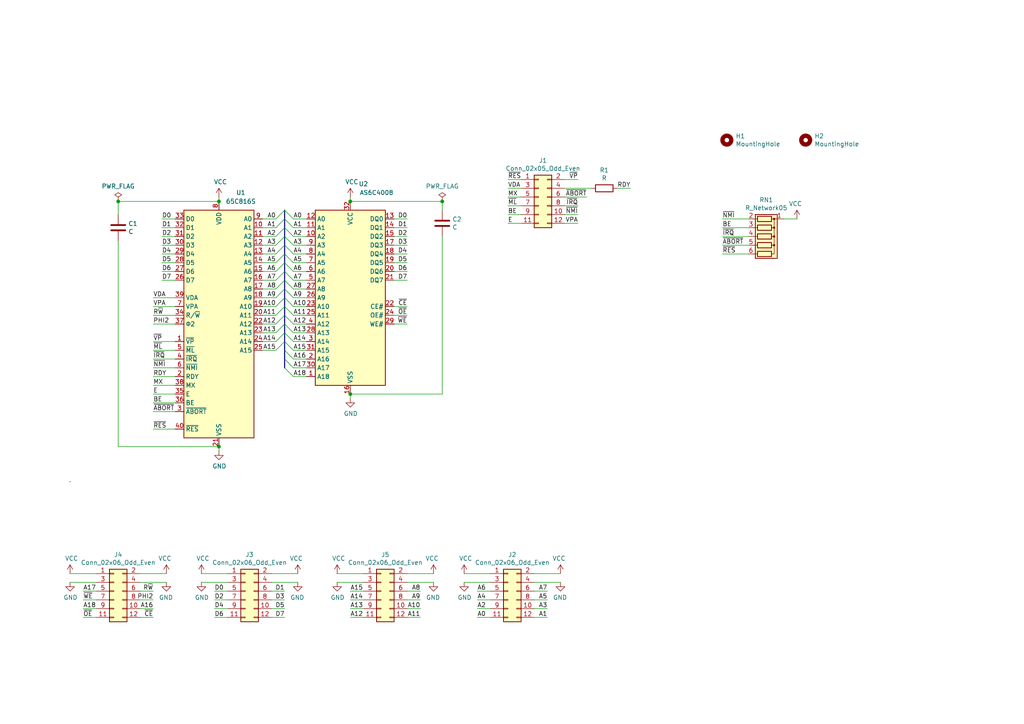
<source format=kicad_sch>
(kicad_sch (version 20211123) (generator eeschema)
  (paper "A4")
  (lib_symbols
    (symbol "CPU_WDC:65C816S"
      (property "Reference" "U" (at -8.89 34.29 0))
      (property "Value" "65C816S" (at 5.08 34.29 0))
      (symbol "65C816S_0_1"
        (rectangle (start -43.18 -45.72) (end -43.18 -45.72) (stroke (width 0.254)))
        (rectangle (start -10.16 33.02) (end 10.16 -33.02) (stroke (width 0.254)) (fill (type background)))
      )
      (symbol "65C816S_1_1"
        (pin output line (at -12.7 -5.08 0) (length 2.54) (name "~{VP}") (number "1"))
        (pin output line (at 12.7 27.94 180) (length 2.54) (name "A1") (number "10"))
        (pin output line (at 12.7 25.4 180) (length 2.54) (name "A2") (number "11"))
        (pin output line (at 12.7 22.86 180) (length 2.54) (name "A3") (number "12"))
        (pin output line (at 12.7 20.32 180) (length 2.54) (name "A4") (number "13"))
        (pin output line (at 12.7 17.78 180) (length 2.54) (name "A5") (number "14"))
        (pin output line (at 12.7 15.24 180) (length 2.54) (name "A6") (number "15"))
        (pin output line (at 12.7 12.7 180) (length 2.54) (name "A7") (number "16"))
        (pin output line (at 12.7 10.16 180) (length 2.54) (name "A8") (number "17"))
        (pin output line (at 12.7 7.62 180) (length 2.54) (name "A9") (number "18"))
        (pin output line (at 12.7 5.08 180) (length 2.54) (name "A10") (number "19"))
        (pin bidirectional line (at -12.7 -15.24 0) (length 2.54) (name "RDY") (number "2"))
        (pin output line (at 12.7 2.54 180) (length 2.54) (name "A11") (number "20"))
        (pin power_in line (at 0 -35.56 90) (length 2.54) (name "VSS") (number "21"))
        (pin output line (at 12.7 0 180) (length 2.54) (name "A12") (number "22"))
        (pin output line (at 12.7 -2.54 180) (length 2.54) (name "A13") (number "23"))
        (pin output line (at 12.7 -5.08 180) (length 2.54) (name "A14") (number "24"))
        (pin output line (at 12.7 -7.62 180) (length 2.54) (name "A15") (number "25"))
        (pin tri_state line (at -12.7 12.7 0) (length 2.54) (name "D7") (number "26"))
        (pin tri_state line (at -12.7 15.24 0) (length 2.54) (name "D6") (number "27"))
        (pin tri_state line (at -12.7 17.78 0) (length 2.54) (name "D5") (number "28"))
        (pin tri_state line (at -12.7 20.32 0) (length 2.54) (name "D4") (number "29"))
        (pin input line (at -12.7 -25.4 0) (length 2.54) (name "~{ABORT}") (number "3"))
        (pin tri_state line (at -12.7 22.86 0) (length 2.54) (name "D3") (number "30"))
        (pin tri_state line (at -12.7 25.4 0) (length 2.54) (name "D2") (number "31"))
        (pin tri_state line (at -12.7 27.94 0) (length 2.54) (name "D1") (number "32"))
        (pin tri_state line (at -12.7 30.48 0) (length 2.54) (name "D0") (number "33"))
        (pin output line (at -12.7 2.54 0) (length 2.54) (name "R/~{W}") (number "34"))
        (pin output line (at -12.7 -20.32 0) (length 2.54) (name "E") (number "35"))
        (pin input line (at -12.7 -22.86 0) (length 2.54) (name "BE") (number "36"))
        (pin input line (at -12.7 0 0) (length 2.54) (name "Φ2") (number "37"))
        (pin output line (at -12.7 -17.78 0) (length 2.54) (name "MX") (number "38"))
        (pin output line (at -12.7 7.62 0) (length 2.54) (name "VDA") (number "39"))
        (pin input line (at -12.7 -10.16 0) (length 2.54) (name "~{IRQ}") (number "4"))
        (pin input line (at -12.7 -30.48 0) (length 2.54) (name "~{RES}") (number "40"))
        (pin output line (at -12.7 -7.62 0) (length 2.54) (name "~{ML}") (number "5"))
        (pin input line (at -12.7 -12.7 0) (length 2.54) (name "~{NMI}") (number "6"))
        (pin output line (at -12.7 5.08 0) (length 2.54) (name "VPA") (number "7"))
        (pin power_in line (at 0 35.56 270) (length 2.54) (name "VDD") (number "8"))
        (pin output line (at 12.7 30.48 180) (length 2.54) (name "A0") (number "9"))
      )
    )
    (symbol "Connector_Generic:Conn_02x06_Odd_Even" (pin_names (offset 1.016) hide)
      (property "Reference" "J" (at 1.27 7.62 0))
      (property "Value" "Conn_02x06_Odd_Even" (at 1.27 -10.16 0))
      (symbol "Conn_02x06_Odd_Even_1_1"
        (rectangle (start -1.27 -7.493) (end 0 -7.747) (stroke (width 0.1524)))
        (rectangle (start -1.27 -4.953) (end 0 -5.207) (stroke (width 0.1524)))
        (rectangle (start -1.27 -2.413) (end 0 -2.667) (stroke (width 0.1524)))
        (rectangle (start -1.27 0.127) (end 0 -0.127) (stroke (width 0.1524)))
        (rectangle (start -1.27 2.667) (end 0 2.413) (stroke (width 0.1524)))
        (rectangle (start -1.27 5.207) (end 0 4.953) (stroke (width 0.1524)))
        (rectangle (start -1.27 6.35) (end 3.81 -8.89) (stroke (width 0.254)) (fill (type background)))
        (rectangle (start 3.81 -7.493) (end 2.54 -7.747) (stroke (width 0.1524)))
        (rectangle (start 3.81 -4.953) (end 2.54 -5.207) (stroke (width 0.1524)))
        (rectangle (start 3.81 -2.413) (end 2.54 -2.667) (stroke (width 0.1524)))
        (rectangle (start 3.81 0.127) (end 2.54 -0.127) (stroke (width 0.1524)))
        (rectangle (start 3.81 2.667) (end 2.54 2.413) (stroke (width 0.1524)))
        (rectangle (start 3.81 5.207) (end 2.54 4.953) (stroke (width 0.1524)))
        (pin passive line (at -5.08 5.08 0) (length 3.81) (name "Pin_1") (number "1"))
        (pin passive line (at 7.62 -5.08 180) (length 3.81) (name "Pin_10") (number "10"))
        (pin passive line (at -5.08 -7.62 0) (length 3.81) (name "Pin_11") (number "11"))
        (pin passive line (at 7.62 -7.62 180) (length 3.81) (name "Pin_12") (number "12"))
        (pin passive line (at 7.62 5.08 180) (length 3.81) (name "Pin_2") (number "2"))
        (pin passive line (at -5.08 2.54 0) (length 3.81) (name "Pin_3") (number "3"))
        (pin passive line (at 7.62 2.54 180) (length 3.81) (name "Pin_4") (number "4"))
        (pin passive line (at -5.08 0 0) (length 3.81) (name "Pin_5") (number "5"))
        (pin passive line (at 7.62 0 180) (length 3.81) (name "Pin_6") (number "6"))
        (pin passive line (at -5.08 -2.54 0) (length 3.81) (name "Pin_7") (number "7"))
        (pin passive line (at 7.62 -2.54 180) (length 3.81) (name "Pin_8") (number "8"))
        (pin passive line (at -5.08 -5.08 0) (length 3.81) (name "Pin_9") (number "9"))
      )
    )
    (symbol "Device:C" (pin_numbers hide) (pin_names (offset 0.254))
      (property "Reference" "C" (at 0.635 2.54 0))
      (property "Value" "C" (at 0.635 -2.54 0))
      (symbol "C_0_1"
        (polyline (pts (xy -2.032 -0.762) (xy 2.032 -0.762)) (stroke (width 0.508)))
        (polyline (pts (xy -2.032 0.762) (xy 2.032 0.762)) (stroke (width 0.508)))
      )
      (symbol "C_1_1"
        (pin passive line (at 0 3.81 270) (length 2.794) (name "~") (number "1"))
        (pin passive line (at 0 -3.81 90) (length 2.794) (name "~") (number "2"))
      )
    )
    (symbol "Device:R" (pin_numbers hide) (pin_names (offset 0))
      (property "Reference" "R" (at 2.032 0 90))
      (property "Value" "R" (at 0 0 90))
      (symbol "R_0_1"
        (rectangle (start -1.016 -2.54) (end 1.016 2.54) (stroke (width 0.254)))
      )
      (symbol "R_1_1"
        (pin passive line (at 0 3.81 270) (length 1.27) (name "~") (number "1"))
        (pin passive line (at 0 -3.81 90) (length 1.27) (name "~") (number "2"))
      )
    )
    (symbol "Device:R_Network05" (pin_names (offset 0) hide)
      (property "Reference" "RN" (at -7.62 0 90))
      (property "Value" "R_Network05" (at 7.62 0 90))
      (symbol "R_Network05_0_1"
        (rectangle (start -6.35 -3.175) (end 6.35 3.175) (stroke (width 0.254)) (fill (type background)))
        (rectangle (start -5.842 1.524) (end -4.318 -2.54) (stroke (width 0.254)))
        (circle (center -5.08 2.286) (radius 0.254) (fill (type outline)))
        (rectangle (start -3.302 1.524) (end -1.778 -2.54) (stroke (width 0.254)))
        (circle (center -2.54 2.286) (radius 0.254) (fill (type outline)))
        (rectangle (start -0.762 1.524) (end 0.762 -2.54) (stroke (width 0.254)))
        (polyline (pts (xy -5.08 -2.54) (xy -5.08 -3.81)))
        (polyline (pts (xy -2.54 -2.54) (xy -2.54 -3.81)))
        (polyline (pts (xy 0 -2.54) (xy 0 -3.81)))
        (polyline (pts (xy 2.54 -2.54) (xy 2.54 -3.81)))
        (polyline (pts (xy 5.08 -2.54) (xy 5.08 -3.81)))
        (polyline (pts (xy -5.08 1.524) (xy -5.08 2.286) (xy -2.54 2.286) (xy -2.54 1.524)))
        (polyline (pts (xy -2.54 1.524) (xy -2.54 2.286) (xy 0 2.286) (xy 0 1.524)))
        (polyline (pts (xy 0 1.524) (xy 0 2.286) (xy 2.54 2.286) (xy 2.54 1.524)))
        (polyline (pts (xy 2.54 1.524) (xy 2.54 2.286) (xy 5.08 2.286) (xy 5.08 1.524)))
        (circle (center 0 2.286) (radius 0.254) (fill (type outline)))
        (rectangle (start 1.778 1.524) (end 3.302 -2.54) (stroke (width 0.254)))
        (circle (center 2.54 2.286) (radius 0.254) (fill (type outline)))
        (rectangle (start 4.318 1.524) (end 5.842 -2.54) (stroke (width 0.254)))
      )
      (symbol "R_Network05_1_1"
        (pin passive line (at -5.08 5.08 270) (length 2.54) (name "common") (number "1"))
        (pin passive line (at -5.08 -5.08 90) (length 1.27) (name "R1") (number "2"))
        (pin passive line (at -2.54 -5.08 90) (length 1.27) (name "R2") (number "3"))
        (pin passive line (at 0 -5.08 90) (length 1.27) (name "R3") (number "4"))
        (pin passive line (at 2.54 -5.08 90) (length 1.27) (name "R4") (number "5"))
        (pin passive line (at 5.08 -5.08 90) (length 1.27) (name "R5") (number "6"))
      )
    )
    (symbol "Mechanical:MountingHole" (pin_names (offset 1.016))
      (property "Reference" "H" (at 0 5.08 0))
      (property "Value" "MountingHole" (at 0 3.175 0))
      (symbol "MountingHole_0_1"
        (circle (center 0 0) (radius 1.27) (stroke (width 1.27)))
      )
    )
    (symbol "Memory_RAM:AS6C4008-55PCN"
      (property "Reference" "U" (at -10.16 26.035 0))
      (property "Value" "AS6C4008-55PCN" (at 2.54 26.035 0))
      (symbol "AS6C4008-55PCN_0_0"
        (pin power_in line (at 0 -27.94 90) (length 2.54) (name "VSS") (number "16"))
        (pin power_in line (at 0 27.94 270) (length 2.54) (name "VCC") (number "32"))
      )
      (symbol "AS6C4008-55PCN_0_1"
        (rectangle (start -10.16 25.4) (end 10.16 -25.4) (stroke (width 0.254)) (fill (type background)))
      )
      (symbol "AS6C4008-55PCN_1_1"
        (pin input line (at -12.7 -22.86 0) (length 2.54) (name "A18") (number "1"))
        (pin input line (at -12.7 17.78 0) (length 2.54) (name "A2") (number "10"))
        (pin input line (at -12.7 20.32 0) (length 2.54) (name "A1") (number "11"))
        (pin input line (at -12.7 22.86 0) (length 2.54) (name "A0") (number "12"))
        (pin tri_state line (at 12.7 22.86 180) (length 2.54) (name "DQ0") (number "13"))
        (pin tri_state line (at 12.7 20.32 180) (length 2.54) (name "DQ1") (number "14"))
        (pin tri_state line (at 12.7 17.78 180) (length 2.54) (name "DQ2") (number "15"))
        (pin tri_state line (at 12.7 15.24 180) (length 2.54) (name "DQ3") (number "17"))
        (pin tri_state line (at 12.7 12.7 180) (length 2.54) (name "DQ4") (number "18"))
        (pin tri_state line (at 12.7 10.16 180) (length 2.54) (name "DQ5") (number "19"))
        (pin input line (at -12.7 -17.78 0) (length 2.54) (name "A16") (number "2"))
        (pin tri_state line (at 12.7 7.62 180) (length 2.54) (name "DQ6") (number "20"))
        (pin tri_state line (at 12.7 5.08 180) (length 2.54) (name "DQ7") (number "21"))
        (pin input line (at 12.7 -2.54 180) (length 2.54) (name "CE#") (number "22"))
        (pin input line (at -12.7 -2.54 0) (length 2.54) (name "A10") (number "23"))
        (pin input line (at 12.7 -5.08 180) (length 2.54) (name "OE#") (number "24"))
        (pin input line (at -12.7 -5.08 0) (length 2.54) (name "A11") (number "25"))
        (pin input line (at -12.7 0 0) (length 2.54) (name "A9") (number "26"))
        (pin input line (at -12.7 2.54 0) (length 2.54) (name "A8") (number "27"))
        (pin input line (at -12.7 -10.16 0) (length 2.54) (name "A13") (number "28"))
        (pin input line (at 12.7 -7.62 180) (length 2.54) (name "WE#") (number "29"))
        (pin input line (at -12.7 -12.7 0) (length 2.54) (name "A14") (number "3"))
        (pin input line (at -12.7 -20.32 0) (length 2.54) (name "A17") (number "30"))
        (pin input line (at -12.7 -15.24 0) (length 2.54) (name "A15") (number "31"))
        (pin input line (at -12.7 -7.62 0) (length 2.54) (name "A12") (number "4"))
        (pin input line (at -12.7 5.08 0) (length 2.54) (name "A7") (number "5"))
        (pin input line (at -12.7 7.62 0) (length 2.54) (name "A6") (number "6"))
        (pin input line (at -12.7 10.16 0) (length 2.54) (name "A5") (number "7"))
        (pin input line (at -12.7 12.7 0) (length 2.54) (name "A4") (number "8"))
        (pin input line (at -12.7 15.24 0) (length 2.54) (name "A3") (number "9"))
      )
    )
    (symbol "power:GND" (power) (pin_names (offset 0))
      (property "Value" "GND" (at 0 -3.81 0))
      (symbol "GND_0_1"
        (polyline (pts (xy 0 0) (xy 0 -1.27) (xy 1.27 -1.27) (xy 0 -2.54) (xy -1.27 -1.27) (xy 0 -1.27)))
      )
      (symbol "GND_1_1"
        (pin power_in line (at 0 0 270) (length 0) hide (name "GND") (number "1"))
      )
    )
    (symbol "power:PWR_FLAG" (power) (pin_numbers hide) (pin_names (offset 0) hide)
      (property "Value" "PWR_FLAG" (at 0 3.81 0))
      (symbol "PWR_FLAG_0_0"
        (pin power_out line (at 0 0 90) (length 0) (name "pwr") (number "1"))
      )
      (symbol "PWR_FLAG_0_1"
        (polyline (pts (xy 0 0) (xy 0 1.27) (xy -1.016 1.905) (xy 0 2.54) (xy 1.016 1.905) (xy 0 1.27)))
      )
    )
    (symbol "power:VCC" (power) (pin_names (offset 0))
      (property "Value" "VCC" (at 0 3.81 0))
      (symbol "VCC_0_1"
        (polyline (pts (xy -0.762 1.27) (xy 0 2.54)))
        (polyline (pts (xy 0 0) (xy 0 2.54)))
        (polyline (pts (xy 0 2.54) (xy 0.762 1.27)))
      )
      (symbol "VCC_1_1"
        (pin power_in line (at 0 0 90) (length 0) hide (name "VCC") (number "1"))
      )
    )
  )
  (junction (at 34.29 58.42))
  (junction (at 63.5 129.54))
  (junction (at 63.5 58.42))
  (junction (at 101.6 58.42))
  (junction (at 128.27 58.42))
  (junction (at 101.6 114.3))
  (bus_entry (at 82.55 99.06) (size -2.54 2.54))
  (bus_entry (at 82.55 81.28) (size -2.54 2.54))
  (bus_entry (at 82.55 96.52) (size -2.54 2.54))
  (bus_entry (at 82.55 93.98) (size -2.54 2.54))
  (bus_entry (at 82.55 78.74) (size -2.54 2.54))
  (bus_entry (at 82.55 71.12) (size 2.54 2.54))
  (bus_entry (at 82.55 60.96) (size -2.54 2.54))
  (bus_entry (at 82.55 63.5) (size 2.54 2.54))
  (bus_entry (at 82.55 66.04) (size 2.54 2.54))
  (bus_entry (at 82.55 73.66) (size -2.54 2.54))
  (bus_entry (at 82.55 101.6) (size 2.54 2.54))
  (bus_entry (at 82.55 91.44) (size 2.54 2.54))
  (bus_entry (at 82.55 73.66) (size 2.54 2.54))
  (bus_entry (at 82.55 68.58) (size 2.54 2.54))
  (bus_entry (at 82.55 63.5) (size -2.54 2.54))
  (bus_entry (at 82.55 60.96) (size 2.54 2.54))
  (bus_entry (at 82.55 99.06) (size 2.54 2.54))
  (bus_entry (at 82.55 86.36) (size -2.54 2.54))
  (bus_entry (at 82.55 78.74) (size 2.54 2.54))
  (bus_entry (at 82.55 88.9) (size 2.54 2.54))
  (bus_entry (at 82.55 83.82) (size -2.54 2.54))
  (bus_entry (at 82.55 93.98) (size 2.54 2.54))
  (bus_entry (at 82.55 86.36) (size 2.54 2.54))
  (bus_entry (at 82.55 76.2) (size 2.54 2.54))
  (bus_entry (at 82.55 106.68) (size 2.54 2.54))
  (bus_entry (at 82.55 91.44) (size -2.54 2.54))
  (bus_entry (at 82.55 68.58) (size -2.54 2.54))
  (bus_entry (at 82.55 88.9) (size -2.54 2.54))
  (bus_entry (at 82.55 83.82) (size 2.54 2.54))
  (bus_entry (at 82.55 104.14) (size 2.54 2.54))
  (bus_entry (at 82.55 96.52) (size 2.54 2.54))
  (bus_entry (at 82.55 66.04) (size -2.54 2.54))
  (bus_entry (at 82.55 81.28) (size 2.54 2.54))
  (bus_entry (at 82.55 76.2) (size -2.54 2.54))
  (bus_entry (at 82.55 71.12) (size -2.54 2.54))
  (wire (pts (xy 118.11 66.04) (xy 114.3 66.04)))
  (wire (pts (xy 97.79 166.37) (xy 105.41 166.37)))
  (wire (pts (xy 44.45 111.76) (xy 50.8 111.76)))
  (wire (pts (xy 40.64 176.53) (xy 44.45 176.53)))
  (wire (pts (xy 118.11 78.74) (xy 114.3 78.74)))
  (bus (pts (xy 82.55 73.66) (xy 82.55 76.2)))
  (wire (pts (xy 44.45 91.44) (xy 50.8 91.44)))
  (wire (pts (xy 63.5 129.54) (xy 34.29 129.54)))
  (wire (pts (xy 118.11 173.99) (xy 121.92 173.99)))
  (wire (pts (xy 76.2 63.5) (xy 80.01 63.5)))
  (bus (pts (xy 82.55 66.04) (xy 82.55 68.58)))
  (wire (pts (xy 44.45 109.22) (xy 50.8 109.22)))
  (wire (pts (xy 85.09 71.12) (xy 88.9 71.12)))
  (wire (pts (xy 163.83 62.23) (xy 167.64 62.23)))
  (wire (pts (xy 44.45 114.3) (xy 50.8 114.3)))
  (bus (pts (xy 82.55 81.28) (xy 82.55 83.82)))
  (bus (pts (xy 82.55 60.96) (xy 82.55 63.5)))
  (wire (pts (xy 76.2 83.82) (xy 80.01 83.82)))
  (wire (pts (xy 58.42 168.91) (xy 66.04 168.91)))
  (wire (pts (xy 76.2 91.44) (xy 80.01 91.44)))
  (wire (pts (xy 85.09 104.14) (xy 88.9 104.14)))
  (wire (pts (xy 85.09 68.58) (xy 88.9 68.58)))
  (wire (pts (xy 46.99 71.12) (xy 50.8 71.12)))
  (wire (pts (xy 118.11 81.28) (xy 114.3 81.28)))
  (wire (pts (xy 147.32 64.77) (xy 151.13 64.77)))
  (wire (pts (xy 85.09 73.66) (xy 88.9 73.66)))
  (wire (pts (xy 86.36 166.37) (xy 78.74 166.37)))
  (bus (pts (xy 82.55 78.74) (xy 82.55 81.28)))
  (wire (pts (xy 85.09 81.28) (xy 88.9 81.28)))
  (wire (pts (xy 118.11 179.07) (xy 121.92 179.07)))
  (wire (pts (xy 101.6 179.07) (xy 105.41 179.07)))
  (bus (pts (xy 82.55 96.52) (xy 82.55 99.06)))
  (wire (pts (xy 34.29 58.42) (xy 63.5 58.42)))
  (wire (pts (xy 58.42 166.37) (xy 66.04 166.37)))
  (wire (pts (xy 163.83 57.15) (xy 170.18 57.15)))
  (wire (pts (xy 46.99 81.28) (xy 50.8 81.28)))
  (wire (pts (xy 46.99 68.58) (xy 50.8 68.58)))
  (wire (pts (xy 34.29 58.42) (xy 34.29 62.23)))
  (wire (pts (xy 179.07 54.61) (xy 182.88 54.61)))
  (wire (pts (xy 85.09 86.36) (xy 88.9 86.36)))
  (wire (pts (xy 147.32 62.23) (xy 151.13 62.23)))
  (wire (pts (xy 154.94 171.45) (xy 158.75 171.45)))
  (wire (pts (xy 101.6 115.57) (xy 101.6 114.3)))
  (wire (pts (xy 24.13 171.45) (xy 27.94 171.45)))
  (wire (pts (xy 44.45 86.36) (xy 50.8 86.36)))
  (bus (pts (xy 82.55 83.82) (xy 82.55 86.36)))
  (wire (pts (xy 118.11 73.66) (xy 114.3 73.66)))
  (wire (pts (xy 85.09 88.9) (xy 88.9 88.9)))
  (wire (pts (xy 118.11 68.58) (xy 114.3 68.58)))
  (wire (pts (xy 78.74 179.07) (xy 82.55 179.07)))
  (wire (pts (xy 85.09 106.68) (xy 88.9 106.68)))
  (wire (pts (xy 34.29 129.54) (xy 34.29 69.85)))
  (wire (pts (xy 85.09 91.44) (xy 88.9 91.44)))
  (wire (pts (xy 76.2 66.04) (xy 80.01 66.04)))
  (bus (pts (xy 82.55 63.5) (xy 82.55 66.04)))
  (wire (pts (xy 20.32 166.37) (xy 27.94 166.37)))
  (wire (pts (xy 85.09 109.22) (xy 88.9 109.22)))
  (wire (pts (xy 163.83 52.07) (xy 167.64 52.07)))
  (wire (pts (xy 125.73 168.91) (xy 118.11 168.91)))
  (wire (pts (xy 44.45 88.9) (xy 50.8 88.9)))
  (bus (pts (xy 82.55 101.6) (xy 82.55 104.14)))
  (wire (pts (xy 44.45 93.98) (xy 50.8 93.98)))
  (wire (pts (xy 85.09 66.04) (xy 88.9 66.04)))
  (wire (pts (xy 209.55 63.5) (xy 217.17 63.5)))
  (wire (pts (xy 85.09 83.82) (xy 88.9 83.82)))
  (wire (pts (xy 101.6 176.53) (xy 105.41 176.53)))
  (wire (pts (xy 20.32 168.91) (xy 27.94 168.91)))
  (wire (pts (xy 44.45 119.38) (xy 50.8 119.38)))
  (bus (pts (xy 82.55 88.9) (xy 82.55 91.44)))
  (wire (pts (xy 97.79 168.91) (xy 105.41 168.91)))
  (wire (pts (xy 86.36 168.91) (xy 78.74 168.91)))
  (wire (pts (xy 76.2 96.52) (xy 80.01 96.52)))
  (wire (pts (xy 40.64 179.07) (xy 44.45 179.07)))
  (wire (pts (xy 63.5 58.42) (xy 63.5 57.15)))
  (wire (pts (xy 62.23 179.07) (xy 66.04 179.07)))
  (wire (pts (xy 227.33 63.5) (xy 231.14 63.5)))
  (wire (pts (xy 78.74 176.53) (xy 82.55 176.53)))
  (wire (pts (xy 128.27 114.3) (xy 101.6 114.3)))
  (wire (pts (xy 147.32 57.15) (xy 151.13 57.15)))
  (wire (pts (xy 85.09 99.06) (xy 88.9 99.06)))
  (bus (pts (xy 82.55 71.12) (xy 82.55 73.66)))
  (wire (pts (xy 209.55 71.12) (xy 217.17 71.12)))
  (wire (pts (xy 147.32 54.61) (xy 151.13 54.61)))
  (wire (pts (xy 147.32 52.07) (xy 151.13 52.07)))
  (wire (pts (xy 62.23 171.45) (xy 66.04 171.45)))
  (wire (pts (xy 85.09 76.2) (xy 88.9 76.2)))
  (wire (pts (xy 134.62 166.37) (xy 142.24 166.37)))
  (wire (pts (xy 138.43 179.07) (xy 142.24 179.07)))
  (wire (pts (xy 101.6 58.42) (xy 101.6 57.15)))
  (wire (pts (xy 78.74 173.99) (xy 82.55 173.99)))
  (wire (pts (xy 44.45 106.68) (xy 50.8 106.68)))
  (wire (pts (xy 24.13 179.07) (xy 27.94 179.07)))
  (wire (pts (xy 46.99 73.66) (xy 50.8 73.66)))
  (wire (pts (xy 162.56 166.37) (xy 154.94 166.37)))
  (wire (pts (xy 40.64 171.45) (xy 44.45 171.45)))
  (wire (pts (xy 114.3 93.98) (xy 118.11 93.98)))
  (wire (pts (xy 118.11 63.5) (xy 114.3 63.5)))
  (wire (pts (xy 125.73 166.37) (xy 118.11 166.37)))
  (wire (pts (xy 101.6 171.45) (xy 105.41 171.45)))
  (wire (pts (xy 76.2 93.98) (xy 80.01 93.98)))
  (wire (pts (xy 209.55 66.04) (xy 217.17 66.04)))
  (wire (pts (xy 85.09 101.6) (xy 88.9 101.6)))
  (wire (pts (xy 44.45 99.06) (xy 50.8 99.06)))
  (bus (pts (xy 82.55 76.2) (xy 82.55 78.74)))
  (wire (pts (xy 48.26 166.37) (xy 40.64 166.37)))
  (bus (pts (xy 82.55 86.36) (xy 82.55 88.9)))
  (wire (pts (xy 46.99 78.74) (xy 50.8 78.74)))
  (bus (pts (xy 82.55 104.14) (xy 82.55 106.68)))
  (wire (pts (xy 209.55 68.58) (xy 217.17 68.58)))
  (wire (pts (xy 48.26 168.91) (xy 40.64 168.91)))
  (wire (pts (xy 76.2 68.58) (xy 80.01 68.58)))
  (wire (pts (xy 44.45 116.84) (xy 50.8 116.84)))
  (wire (pts (xy 85.09 78.74) (xy 88.9 78.74)))
  (wire (pts (xy 76.2 71.12) (xy 80.01 71.12)))
  (wire (pts (xy 101.6 173.99) (xy 105.41 173.99)))
  (wire (pts (xy 78.74 171.45) (xy 82.55 171.45)))
  (wire (pts (xy 24.13 176.53) (xy 27.94 176.53)))
  (wire (pts (xy 118.11 76.2) (xy 114.3 76.2)))
  (wire (pts (xy 24.13 173.99) (xy 27.94 173.99)))
  (wire (pts (xy 85.09 63.5) (xy 88.9 63.5)))
  (wire (pts (xy 76.2 78.74) (xy 80.01 78.74)))
  (wire (pts (xy 147.32 59.69) (xy 151.13 59.69)))
  (bus (pts (xy 82.55 91.44) (xy 82.55 93.98)))
  (wire (pts (xy 40.64 173.99) (xy 44.45 173.99)))
  (wire (pts (xy 134.62 168.91) (xy 142.24 168.91)))
  (wire (pts (xy 118.11 176.53) (xy 121.92 176.53)))
  (wire (pts (xy 85.09 96.52) (xy 88.9 96.52)))
  (wire (pts (xy 163.83 64.77) (xy 167.64 64.77)))
  (wire (pts (xy 62.23 176.53) (xy 66.04 176.53)))
  (wire (pts (xy 46.99 66.04) (xy 50.8 66.04)))
  (wire (pts (xy 138.43 171.45) (xy 142.24 171.45)))
  (wire (pts (xy 154.94 179.07) (xy 158.75 179.07)))
  (wire (pts (xy 63.5 130.81) (xy 63.5 129.54)))
  (wire (pts (xy 46.99 63.5) (xy 50.8 63.5)))
  (bus (pts (xy 82.55 68.58) (xy 82.55 71.12)))
  (wire (pts (xy 118.11 71.12) (xy 114.3 71.12)))
  (wire (pts (xy 44.45 104.14) (xy 50.8 104.14)))
  (bus (pts (xy 82.55 93.98) (xy 82.55 96.52)))
  (wire (pts (xy 46.99 76.2) (xy 50.8 76.2)))
  (wire (pts (xy 44.45 101.6) (xy 50.8 101.6)))
  (wire (pts (xy 114.3 91.44) (xy 118.11 91.44)))
  (wire (pts (xy 162.56 168.91) (xy 154.94 168.91)))
  (wire (pts (xy 114.3 88.9) (xy 118.11 88.9)))
  (wire (pts (xy 44.45 124.46) (xy 50.8 124.46)))
  (wire (pts (xy 101.6 58.42) (xy 128.27 58.42)))
  (wire (pts (xy 154.94 176.53) (xy 158.75 176.53)))
  (wire (pts (xy 76.2 99.06) (xy 80.01 99.06)))
  (wire (pts (xy 76.2 88.9) (xy 80.01 88.9)))
  (wire (pts (xy 76.2 86.36) (xy 80.01 86.36)))
  (wire (pts (xy 76.2 73.66) (xy 80.01 73.66)))
  (wire (pts (xy 85.09 93.98) (xy 88.9 93.98)))
  (wire (pts (xy 128.27 68.58) (xy 128.27 114.3)))
  (wire (pts (xy 209.55 73.66) (xy 217.17 73.66)))
  (wire (pts (xy 76.2 76.2) (xy 80.01 76.2)))
  (wire (pts (xy 76.2 101.6) (xy 80.01 101.6)))
  (wire (pts (xy 138.43 173.99) (xy 142.24 173.99)))
  (wire (pts (xy 128.27 58.42) (xy 128.27 60.96)))
  (wire (pts (xy 154.94 173.99) (xy 158.75 173.99)))
  (wire (pts (xy 76.2 81.28) (xy 80.01 81.28)))
  (wire (pts (xy 163.83 54.61) (xy 171.45 54.61)))
  (wire (pts (xy 163.83 59.69) (xy 167.64 59.69)))
  (bus (pts (xy 82.55 99.06) (xy 82.55 101.6)))
  (wire (pts (xy 62.23 173.99) (xy 66.04 173.99)))
  (wire (pts (xy 118.11 171.45) (xy 121.92 171.45)))
  (wire (pts (xy 138.43 176.53) (xy 142.24 176.53)))
  (label "A0" (at 138.43 179.07 0))
  (label "~{VP}" (at 44.45 99.06 0))
  (label "~{CE}" (at 118.11 88.9 180))
  (label "~{ABORT}" (at 209.55 71.12 0))
  (label "A12" (at 80.01 93.98 180))
  (label "MX" (at 147.32 57.15 0))
  (label "A15" (at 80.01 101.6 180))
  (label "E" (at 147.32 64.77 0))
  (label "A15" (at 85.09 101.6 0))
  (label "D1" (at 46.99 66.04 0))
  (label "A11" (at 80.01 91.44 180))
  (label "D6" (at 118.11 78.74 180))
  (label "D3" (at 118.11 71.12 180))
  (label "~{ML}" (at 44.45 101.6 0))
  (label "VDA" (at 147.32 54.61 0))
  (label "A15" (at 101.6 171.45 0))
  (label "D5" (at 118.11 76.2 180))
  (label "D6" (at 62.23 179.07 0))
  (label "A0" (at 80.01 63.5 180))
  (label "A11" (at 121.92 179.07 180))
  (label "A14" (at 80.01 99.06 180))
  (label "~{ML}" (at 147.32 59.69 0))
  (label "D2" (at 62.23 173.99 0))
  (label "~{WE}" (at 118.11 93.98 180))
  (label "E" (at 44.45 114.3 0))
  (label "VDA" (at 44.45 86.36 0))
  (label "BE" (at 209.55 66.04 0))
  (label "A7" (at 80.01 81.28 180))
  (label "A2" (at 138.43 176.53 0))
  (label "D3" (at 82.55 173.99 180))
  (label "A3" (at 80.01 71.12 180))
  (label "D5" (at 82.55 176.53 180))
  (label "A18" (at 24.13 176.53 0))
  (label "A9" (at 85.09 86.36 0))
  (label "~{NMI}" (at 167.64 62.23 180))
  (label "A1" (at 158.75 179.07 180))
  (label "RDY" (at 44.45 109.22 0))
  (label "A14" (at 85.09 99.06 0))
  (label "~{RES}" (at 44.45 124.46 0))
  (label "~{WE}" (at 24.13 173.99 0))
  (label "A18" (at 85.09 109.22 0))
  (label "VPA" (at 44.45 88.9 0))
  (label "A9" (at 121.92 173.99 180))
  (label "A6" (at 80.01 78.74 180))
  (label "D3" (at 46.99 71.12 0))
  (label "A17" (at 85.09 106.68 0))
  (label "~{IRQ}" (at 44.45 104.14 0))
  (label "D6" (at 46.99 78.74 0))
  (label "A8" (at 121.92 171.45 180))
  (label "A7" (at 85.09 81.28 0))
  (label "~{CE}" (at 44.45 179.07 180))
  (label "A8" (at 80.01 83.82 180))
  (label "R~{W}" (at 44.45 91.44 0))
  (label "A13" (at 101.6 176.53 0))
  (label "~{RES}" (at 209.55 73.66 0))
  (label "A9" (at 80.01 86.36 180))
  (label "D1" (at 82.55 171.45 180))
  (label "A17" (at 24.13 171.45 0))
  (label "VPA" (at 167.64 64.77 180))
  (label "A10" (at 85.09 88.9 0))
  (label "A1" (at 85.09 66.04 0))
  (label "A10" (at 121.92 176.53 180))
  (label "PHI2" (at 44.45 173.99 180))
  (label "D1" (at 118.11 66.04 180))
  (label "A12" (at 101.6 179.07 0))
  (label "D0" (at 46.99 63.5 0))
  (label "D5" (at 46.99 76.2 0))
  (label "A2" (at 85.09 68.58 0))
  (label "~{RES}" (at 147.32 52.07 0))
  (label "A1" (at 80.01 66.04 180))
  (label "A14" (at 101.6 173.99 0))
  (label "A16" (at 85.09 104.14 0))
  (label "BE" (at 44.45 116.84 0))
  (label "D4" (at 118.11 73.66 180))
  (label "A5" (at 158.75 173.99 180))
  (label "A5" (at 80.01 76.2 180))
  (label "BE" (at 147.32 62.23 0))
  (label "A0" (at 85.09 63.5 0))
  (label "~{NMI}" (at 209.55 63.5 0))
  (label "D4" (at 62.23 176.53 0))
  (label "A4" (at 85.09 73.66 0))
  (label "D0" (at 118.11 63.5 180))
  (label "~{ABORT}" (at 170.18 57.15 180))
  (label "A3" (at 158.75 176.53 180))
  (label "~{ABORT}" (at 44.45 119.38 0))
  (label "RDY" (at 182.88 54.61 180))
  (label "A5" (at 85.09 76.2 0))
  (label "A13" (at 80.01 96.52 180))
  (label "D4" (at 46.99 73.66 0))
  (label "A6" (at 138.43 171.45 0))
  (label "A3" (at 85.09 71.12 0))
  (label "PHI2" (at 44.45 93.98 0))
  (label "D0" (at 62.23 171.45 0))
  (label "A8" (at 85.09 83.82 0))
  (label "A2" (at 80.01 68.58 180))
  (label "A4" (at 138.43 173.99 0))
  (label "~{OE}" (at 24.13 179.07 0))
  (label "A16" (at 44.45 176.53 180))
  (label "~{IRQ}" (at 209.55 68.58 0))
  (label "A12" (at 85.09 93.98 0))
  (label "A13" (at 85.09 96.52 0))
  (label "~{OE}" (at 118.11 91.44 180))
  (label "D7" (at 82.55 179.07 180))
  (label "A11" (at 85.09 91.44 0))
  (label "D2" (at 118.11 68.58 180))
  (label "~{NMI}" (at 44.45 106.68 0))
  (label "D7" (at 46.99 81.28 0))
  (label "A10" (at 80.01 88.9 180))
  (label "D7" (at 118.11 81.28 180))
  (label "A7" (at 158.75 171.45 180))
  (label "R~{W}" (at 44.45 171.45 180))
  (label "D2" (at 46.99 68.58 0))
  (label "A6" (at 85.09 78.74 0))
  (label "MX" (at 44.45 111.76 0))
  (label "~{IRQ}" (at 167.64 59.69 180))
  (label "A4" (at 80.01 73.66 180))
  (label "~{VP}" (at 167.64 52.07 180))
  (symbol (lib_id "CPU_WDC:65C816S") (at 63.5 93.98 0) (unit 1)
    (property "Reference" "U1" (at 69.85 55.88 0))
    (property "Value" "65C816S" (at 69.85 58.42 0))
    (property "Footprint" "Package_DIP:DIP-40_W15.24mm" (effects hide))
  )
  (symbol (lib_id "Memory_RAM:AS6C4008-55PCN") (at 101.6 86.36 0) (unit 1)
    (property "Reference" "U2" (at 105.41 53.34 0))
    (property "Value" "AS6C4008" (at 109.22 55.88 0))
    (property "Footprint" "Package_DIP:DIP-32_W15.24mm" (effects hide))
    (property "Datasheet" "https://www.alliancememory.com/wp-content/uploads/pdf/AS6C4008.pdf" (effects hide))
  )
  (symbol (lib_id "power:VCC") (at 63.5 57.15 0) (unit 1)
    (property "Reference" "#PWR0101" (effects hide))
    (property "Value" "VCC" (at 63.9318 52.7558 0))
  )
  (symbol (lib_id "power:GND") (at 63.5 130.81 0) (unit 1)
    (property "Reference" "#PWR0102" (effects hide))
    (property "Value" "GND" (at 63.627 135.2042 0))
  )
  (symbol (lib_id "power:VCC") (at 101.6 57.15 0) (unit 1)
    (property "Reference" "#PWR0103" (effects hide))
    (property "Value" "VCC" (at 102.0318 52.7558 0))
  )
  (symbol (lib_id "Device:C") (at 128.27 64.77 0) (unit 1)
    (property "Reference" "C2" (at 131.191 63.6016 0) (effects (justify left)))
    (property "Value" "C" (at 131.191 65.913 0) (effects (justify left)))
    (property "Footprint" "Capacitor_THT:C_Disc_D3.0mm_W1.6mm_P2.50mm" (effects hide))
  )
  (symbol (lib_id "Device:C") (at 34.29 66.04 0) (unit 1)
    (property "Reference" "C1" (at 37.211 64.8716 0) (effects (justify left)))
    (property "Value" "C" (at 37.211 67.183 0) (effects (justify left)))
    (property "Footprint" "Capacitor_THT:C_Disc_D3.0mm_W1.6mm_P2.50mm" (effects hide))
  )
  (symbol (lib_id "power:GND") (at 101.6 115.57 0) (unit 1)
    (property "Reference" "#PWR0104" (effects hide))
    (property "Value" "GND" (at 101.727 119.9642 0))
  )
  (symbol (lib_id "power:PWR_FLAG") (at 128.27 58.42 0) (unit 1)
    (property "Reference" "#FLG0101" (effects hide))
    (property "Value" "PWR_FLAG" (at 128.27 54.0258 0))
  )
  (symbol (lib_id "power:PWR_FLAG") (at 34.29 58.42 0) (unit 1)
    (property "Reference" "#FLG0102" (effects hide))
    (property "Value" "PWR_FLAG" (at 34.29 54.0258 0))
  )
  (symbol (lib_id "Connector_Generic:Conn_02x06_Odd_Even") (at 156.21 57.15 0) (unit 1)
    (property "Reference" "J1" (at 157.48 46.5582 0))
    (property "Value" "Conn_02x05_Odd_Even" (at 157.48 48.8696 0))
    (property "Footprint" "Connector_PinHeader_2.54mm:PinHeader_2x06_P2.54mm_Vertical" (effects hide))
  )
  (symbol (lib_id "Connector_Generic:Conn_02x06_Odd_Even") (at 147.32 171.45 0) (unit 1)
    (property "Reference" "J2" (at 148.59 160.8582 0))
    (property "Value" "Conn_02x06_Odd_Even" (at 148.59 163.1696 0))
    (property "Footprint" "Connector_PinHeader_2.54mm:PinHeader_2x06_P2.54mm_Horizontal" (effects hide))
  )
  (symbol (lib_id "Connector_Generic:Conn_02x06_Odd_Even") (at 71.12 171.45 0) (unit 1)
    (property "Reference" "J3" (at 72.39 160.8582 0))
    (property "Value" "Conn_02x06_Odd_Even" (at 72.39 163.1696 0))
    (property "Footprint" "Connector_PinHeader_2.54mm:PinHeader_2x06_P2.54mm_Horizontal" (effects hide))
  )
  (symbol (lib_id "Connector_Generic:Conn_02x06_Odd_Even") (at 33.02 171.45 0) (unit 1)
    (property "Reference" "J4" (at 34.29 160.8582 0))
    (property "Value" "Conn_02x06_Odd_Even" (at 34.29 163.1696 0))
    (property "Footprint" "Connector_PinHeader_2.54mm:PinHeader_2x06_P2.54mm_Horizontal" (effects hide))
  )
  (symbol (lib_id "Connector_Generic:Conn_02x06_Odd_Even") (at 110.49 171.45 0) (unit 1)
    (property "Reference" "J5" (at 111.76 160.8582 0))
    (property "Value" "Conn_02x06_Odd_Even" (at 111.76 163.1696 0))
    (property "Footprint" "Connector_PinHeader_2.54mm:PinHeader_2x06_P2.54mm_Horizontal" (effects hide))
  )
  (symbol (lib_id "power:VCC") (at 134.62 166.37 0) (unit 1)
    (property "Reference" "#PWR0105" (effects hide))
    (property "Value" "VCC" (at 135.0518 161.9758 0))
  )
  (symbol (lib_id "power:GND") (at 134.62 168.91 0) (unit 1)
    (property "Reference" "#PWR0106" (effects hide))
    (property "Value" "GND" (at 134.747 173.3042 0))
  )
  (symbol (lib_id "power:VCC") (at 97.79 166.37 0) (unit 1)
    (property "Reference" "#PWR0107" (effects hide))
    (property "Value" "VCC" (at 98.2218 161.9758 0))
  )
  (symbol (lib_id "power:GND") (at 97.79 168.91 0) (unit 1)
    (property "Reference" "#PWR0108" (effects hide))
    (property "Value" "GND" (at 97.917 173.3042 0))
  )
  (symbol (lib_id "power:VCC") (at 58.42 166.37 0) (unit 1)
    (property "Reference" "#PWR0109" (effects hide))
    (property "Value" "VCC" (at 58.8518 161.9758 0))
  )
  (symbol (lib_id "power:GND") (at 58.42 168.91 0) (unit 1)
    (property "Reference" "#PWR0110" (effects hide))
    (property "Value" "GND" (at 58.547 173.3042 0))
  )
  (symbol (lib_id "power:VCC") (at 20.32 166.37 0) (unit 1)
    (property "Reference" "#PWR0111" (effects hide))
    (property "Value" "VCC" (at 20.7518 161.9758 0))
  )
  (symbol (lib_id "power:GND") (at 20.32 168.91 0) (unit 1)
    (property "Reference" "#PWR0112" (effects hide))
    (property "Value" "GND" (at 20.447 173.3042 0))
  )
  (symbol (lib_id "power:VCC") (at 162.56 166.37 0) (mirror y) (unit 1)
    (property "Reference" "#PWR0113" (effects hide))
    (property "Value" "VCC" (at 162.1282 161.9758 0))
  )
  (symbol (lib_id "power:GND") (at 162.56 168.91 0) (mirror y) (unit 1)
    (property "Reference" "#PWR0114" (effects hide))
    (property "Value" "GND" (at 162.433 173.3042 0))
  )
  (symbol (lib_id "power:VCC") (at 125.73 166.37 0) (mirror y) (unit 1)
    (property "Reference" "#PWR0115" (effects hide))
    (property "Value" "VCC" (at 125.2982 161.9758 0))
  )
  (symbol (lib_id "power:GND") (at 125.73 168.91 0) (mirror y) (unit 1)
    (property "Reference" "#PWR0116" (effects hide))
    (property "Value" "GND" (at 125.603 173.3042 0))
  )
  (symbol (lib_id "power:VCC") (at 86.36 166.37 0) (mirror y) (unit 1)
    (property "Reference" "#PWR0117" (effects hide))
    (property "Value" "VCC" (at 85.9282 161.9758 0))
  )
  (symbol (lib_id "power:GND") (at 86.36 168.91 0) (mirror y) (unit 1)
    (property "Reference" "#PWR0118" (effects hide))
    (property "Value" "GND" (at 86.233 173.3042 0))
  )
  (symbol (lib_id "power:VCC") (at 48.26 166.37 0) (mirror y) (unit 1)
    (property "Reference" "#PWR0119" (effects hide))
    (property "Value" "VCC" (at 47.8282 161.9758 0))
  )
  (symbol (lib_id "power:GND") (at 48.26 168.91 0) (mirror y) (unit 1)
    (property "Reference" "#PWR0120" (effects hide))
    (property "Value" "GND" (at 48.133 173.3042 0))
  )
  (symbol (lib_id "Device:R") (at 175.26 54.61 270) (unit 1)
    (property "Reference" "R1" (at 175.26 49.3522 90))
    (property "Value" "R" (at 175.26 51.6636 90))
    (property "Footprint" "Resistor_THT:R_Axial_DIN0207_L6.3mm_D2.5mm_P7.62mm_Horizontal" (effects hide))
  )
  (symbol (lib_id "Mechanical:MountingHole") (at 210.82 40.64 0) (unit 1)
    (property "Reference" "H1" (at 213.36 39.4716 0) (effects (justify left)))
    (property "Value" "MountingHole" (at 213.36 41.783 0) (effects (justify left)))
    (property "Footprint" "MountingHole:MountingHole_3.2mm_M3" (effects hide))
  )
  (symbol (lib_id "Mechanical:MountingHole") (at 233.68 40.64 0) (unit 1)
    (property "Reference" "H2" (at 236.22 39.4716 0) (effects (justify left)))
    (property "Value" "MountingHole" (at 236.22 41.783 0) (effects (justify left)))
    (property "Footprint" "MountingHole:MountingHole_3.2mm_M3" (effects hide))
  )
  (symbol (lib_id "power:VCC") (at 231.14 63.5 0) (mirror y) (unit 1)
    (property "Reference" "#PWR0121" (effects hide))
    (property "Value" "VCC" (at 230.7082 59.1058 0))
  )
  (symbol (lib_id "Device:R_Network05") (at 222.25 68.58 270) (unit 1)
    (property "Reference" "RN1" (at 222.25 57.9882 90))
    (property "Value" "R_Network05" (at 222.25 60.2996 90))
    (property "Footprint" "Resistor_THT:R_Array_SIP6" (effects hide))
    (property "Datasheet" "http://www.vishay.com/docs/31509/csc.pdf" (effects hide))
  )
)
</source>
